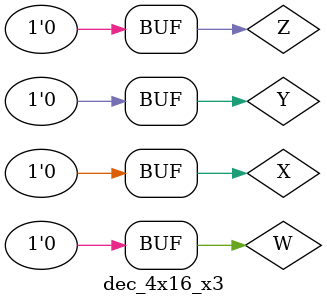
<source format=v>
`timescale 1ns / 1ps


module dec_4x16_x3;

	// Inputs
	reg X;
	reg Y;
	reg Z;
	reg W;

	// Outputs
	wire [15:0] D;

	// Instantiate the Unit Under Test (UUT)
	dec_4x16_x_fault3 uut (
		.D(D), 
		.X(X), 
		.Y(Y), 
		.Z(Z), 
		.W(W)
	);

	initial begin
		// Initialize Inputs
		X = 0;
		Y = 0;
		Z = 0;
		W = 0;

		// Wait 100 ns for global reset to finish
		#100;
        
		// Add stimulus here

	end
      
endmodule


</source>
